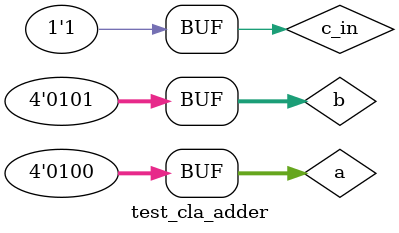
<source format=v>
`timescale 1ns / 1ps


module test_cla_adder;

	// Inputs
	reg [3:0] a;
	reg [3:0] b;
	reg c_in;

	// Outputs
	wire [3:0] sum;
	wire c_out;

	// Instantiate the Unit Under Test (UUT)
	cla_adder uut (
		.sum(sum), 
		.c_out(c_out), 
		.a(a), 
		.b(b), 
		.c_in(c_in)
	);

	initial begin

	  // Initialize Inputs
	  a = 2;
	  b = 3;
	  c_in = 0;

	  // Wait 100 ns for global reset to finish

	  #100;
	  // Add stimulus here
	  a = 2;
	  b = 3;
	  c_in = 1;

	  #100;
	  a = 4;
	  b = 5;
	  c_in = 1;
	 end	
      
endmodule


</source>
